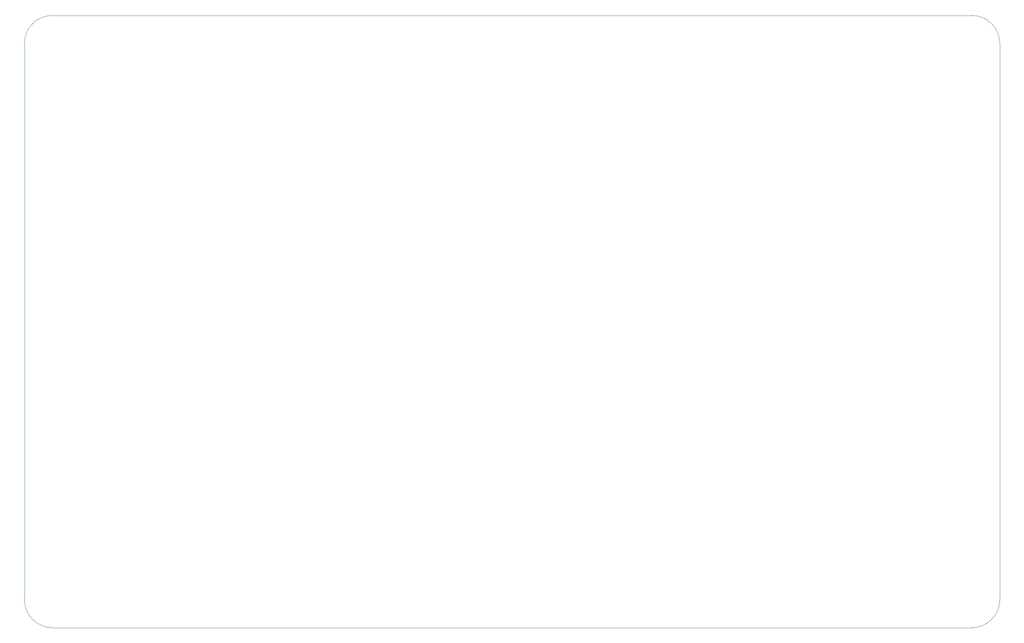
<source format=gbr>
%TF.GenerationSoftware,Altium Limited,Altium Designer,22.3.1 (43)*%
G04 Layer_Color=0*
%FSLAX26Y26*%
%MOIN*%
%TF.SameCoordinates,F0E5A86D-29B0-4C41-8DB9-0BED1FB65684*%
%TF.FilePolarity,Positive*%
%TF.FileFunction,Profile,NP*%
%TF.Part,Single*%
G01*
G75*
%TA.AperFunction,Profile*%
%ADD229C,0.001000*%
D229*
X1250000Y1000000D02*
G02*
X1000000Y1250000I0J250000D01*
G01*
X1000000D01*
X999999Y6250000D01*
X1000000D01*
D02*
G02*
X1250000Y6500000I250000J0D01*
G01*
Y6500000D01*
X9500000D01*
Y6499999D01*
D02*
G02*
X9750000Y6249999I0J-250000D01*
G01*
X9749999D01*
X9750000Y1250000D01*
D02*
G02*
X9500000Y1000000I-250000J0D01*
G01*
X1250000D01*
%TF.MD5,caa5bee7a2bc94d09a9e0a8f4704782c*%
M02*

</source>
